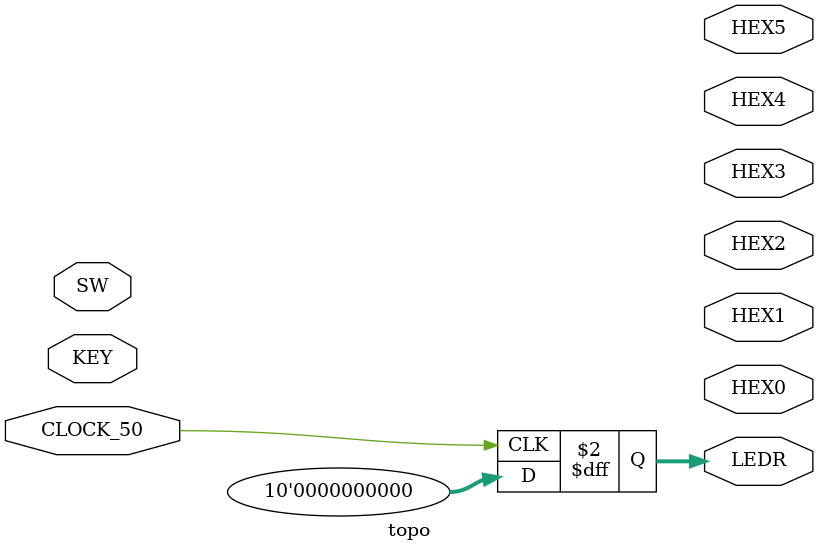
<source format=v>
/* **********************************************
* File Name: topo.v
* Description: 4-bits sequency attribution 
* Author: Arthur Rodrigues - 22102053, Vinicius 
* Creation Date: 24/05/2024
* Revision: Version 1.0
*
* Input: 
* Output: 
*	
********************************************** */

module topo

(
	CLOCK_50,
	KEY,
	SW,
	LEDR,
	HEX0,
	HEX1,
	HEX2,
	HEX3,
	HEX4,
	HEX5
);

	//Parametroos locais
	localparam P_KEY 	= 4;
	localparam P_SW 	= 10;
	//Outputs
	localparam P_LEDR = 10;
	localparam P_HEX 	= 7;
	
	//Input Ports
	input CLOCK_50;
	input wire [P_KEY-1:0] KEY;
	input wire [P_SW-1:0] SW;
	
	//Output Port(s)
	output reg [P_LEDR-1:0] LEDR;
	output reg [P_HEX-1:0] HEX0;
	output reg [P_HEX-1:0] HEX1;
	output reg [P_HEX-1:0] HEX2;
	output reg [P_HEX-1:0] HEX3;
	output reg [P_HEX-1:0] HEX4;
	output reg [P_HEX-1:0] HEX5;
	
	always @(posedge CLOCK_50) LEDR = 0;
	
endmodule
</source>
